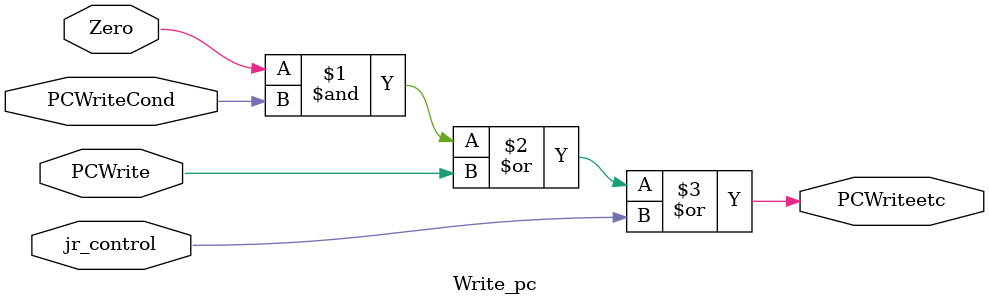
<source format=v>
`timescale 1ns / 1ps


module Write_pc(Zero,PCWriteCond, PCWrite, PCWriteetc, jr_control);
input Zero,PCWriteCond, PCWrite, jr_control;
output PCWriteetc;

assign PCWriteetc = ((Zero&PCWriteCond)|PCWrite)|jr_control;

endmodule

</source>
